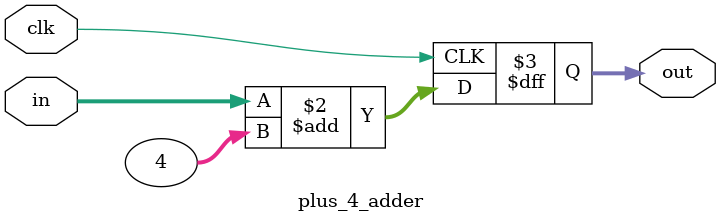
<source format=sv>
/*
 * A basic +4 adder.
 */
module plus_4_adder #(
)(
    input clk, // Clock signal
    input [31:0] in, // Reset signal
    output [31:0] out
);

    /* Logic */
    reg [31:0] out;
    always @(posedge clk) begin
        out <= in + 4;
    end

`ifdef FORMAL
    reg f_past_valid;
    initial f_past_valid = 0;
    always @(posedge clk) begin
        f_past_valid = 1;
    end

    /* Validate logic */
    always @(posedge clk) begin
    	if (f_past_valid) begin
            assert(out == in + 4);
        end
    end
`endif
endmodule

</source>
